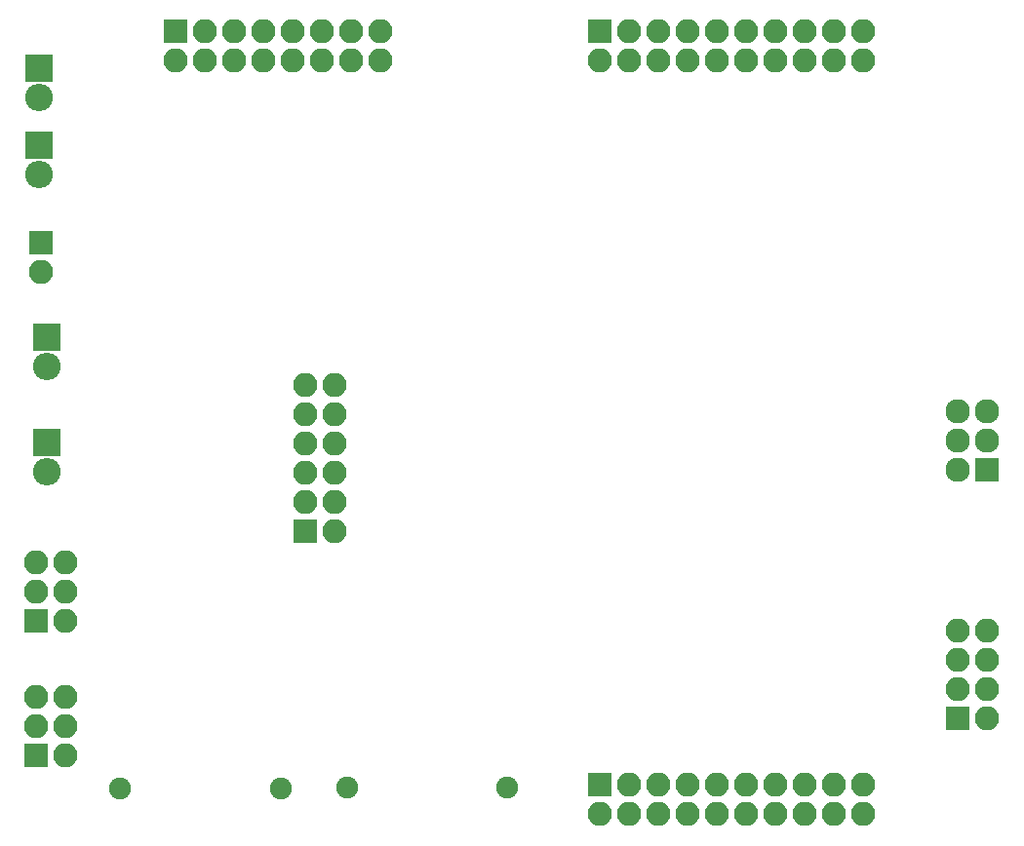
<source format=gbs>
G04 #@! TF.FileFunction,Soldermask,Bot*
%FSLAX46Y46*%
G04 Gerber Fmt 4.6, Leading zero omitted, Abs format (unit mm)*
G04 Created by KiCad (PCBNEW 4.0.6) date Friday, August 25, 2017 'AMt' 01:11:23 AM*
%MOMM*%
%LPD*%
G01*
G04 APERTURE LIST*
%ADD10C,0.100000*%
%ADD11R,2.100000X2.100000*%
%ADD12O,2.100000X2.100000*%
%ADD13C,1.900000*%
%ADD14R,2.127200X2.127200*%
%ADD15O,2.127200X2.127200*%
%ADD16O,2.398980X2.398980*%
%ADD17R,2.398980X2.398980*%
G04 APERTURE END LIST*
D10*
D11*
X106807000Y-121158000D03*
D12*
X109347000Y-121158000D03*
X106807000Y-118618000D03*
X109347000Y-118618000D03*
X106807000Y-116078000D03*
X109347000Y-116078000D03*
D13*
X133741000Y-123952000D03*
X147691000Y-123952000D03*
D11*
X155702000Y-123698000D03*
D12*
X155702000Y-126238000D03*
X158242000Y-123698000D03*
X158242000Y-126238000D03*
X160782000Y-123698000D03*
X160782000Y-126238000D03*
X163322000Y-123698000D03*
X163322000Y-126238000D03*
X165862000Y-123698000D03*
X165862000Y-126238000D03*
X168402000Y-123698000D03*
X168402000Y-126238000D03*
X170942000Y-123698000D03*
X170942000Y-126238000D03*
X173482000Y-123698000D03*
X173482000Y-126238000D03*
X176022000Y-123698000D03*
X176022000Y-126238000D03*
X178562000Y-123698000D03*
X178562000Y-126238000D03*
D11*
X155702000Y-58293000D03*
D12*
X155702000Y-60833000D03*
X158242000Y-58293000D03*
X158242000Y-60833000D03*
X160782000Y-58293000D03*
X160782000Y-60833000D03*
X163322000Y-58293000D03*
X163322000Y-60833000D03*
X165862000Y-58293000D03*
X165862000Y-60833000D03*
X168402000Y-58293000D03*
X168402000Y-60833000D03*
X170942000Y-58293000D03*
X170942000Y-60833000D03*
X173482000Y-58293000D03*
X173482000Y-60833000D03*
X176022000Y-58293000D03*
X176022000Y-60833000D03*
X178562000Y-58293000D03*
X178562000Y-60833000D03*
D14*
X189357000Y-96393000D03*
D15*
X186817000Y-96393000D03*
X189357000Y-93853000D03*
X186817000Y-93853000D03*
X189357000Y-91313000D03*
X186817000Y-91313000D03*
D11*
X118872000Y-58293000D03*
D12*
X118872000Y-60833000D03*
X121412000Y-58293000D03*
X121412000Y-60833000D03*
X123952000Y-58293000D03*
X123952000Y-60833000D03*
X126492000Y-58293000D03*
X126492000Y-60833000D03*
X129032000Y-58293000D03*
X129032000Y-60833000D03*
X131572000Y-58293000D03*
X131572000Y-60833000D03*
X134112000Y-58293000D03*
X134112000Y-60833000D03*
X136652000Y-58293000D03*
X136652000Y-60833000D03*
D11*
X186817000Y-117983000D03*
D12*
X189357000Y-117983000D03*
X186817000Y-115443000D03*
X189357000Y-115443000D03*
X186817000Y-112903000D03*
X189357000Y-112903000D03*
X186817000Y-110363000D03*
X189357000Y-110363000D03*
D16*
X107061000Y-70739000D03*
D17*
X107061000Y-68199000D03*
D16*
X107061000Y-64008000D03*
D17*
X107061000Y-61468000D03*
D11*
X130175000Y-101727000D03*
D12*
X132715000Y-101727000D03*
X130175000Y-99187000D03*
X132715000Y-99187000D03*
X130175000Y-96647000D03*
X132715000Y-96647000D03*
X130175000Y-94107000D03*
X132715000Y-94107000D03*
X130175000Y-91567000D03*
X132715000Y-91567000D03*
X130175000Y-89027000D03*
X132715000Y-89027000D03*
D16*
X107696000Y-96520000D03*
D17*
X107696000Y-93980000D03*
D16*
X107696000Y-87376000D03*
D17*
X107696000Y-84836000D03*
D11*
X106807000Y-109474000D03*
D12*
X109347000Y-109474000D03*
X106807000Y-106934000D03*
X109347000Y-106934000D03*
X106807000Y-104394000D03*
X109347000Y-104394000D03*
D13*
X114056000Y-124079000D03*
X128006000Y-124079000D03*
D11*
X107188000Y-76644500D03*
D12*
X107188000Y-79184500D03*
M02*

</source>
